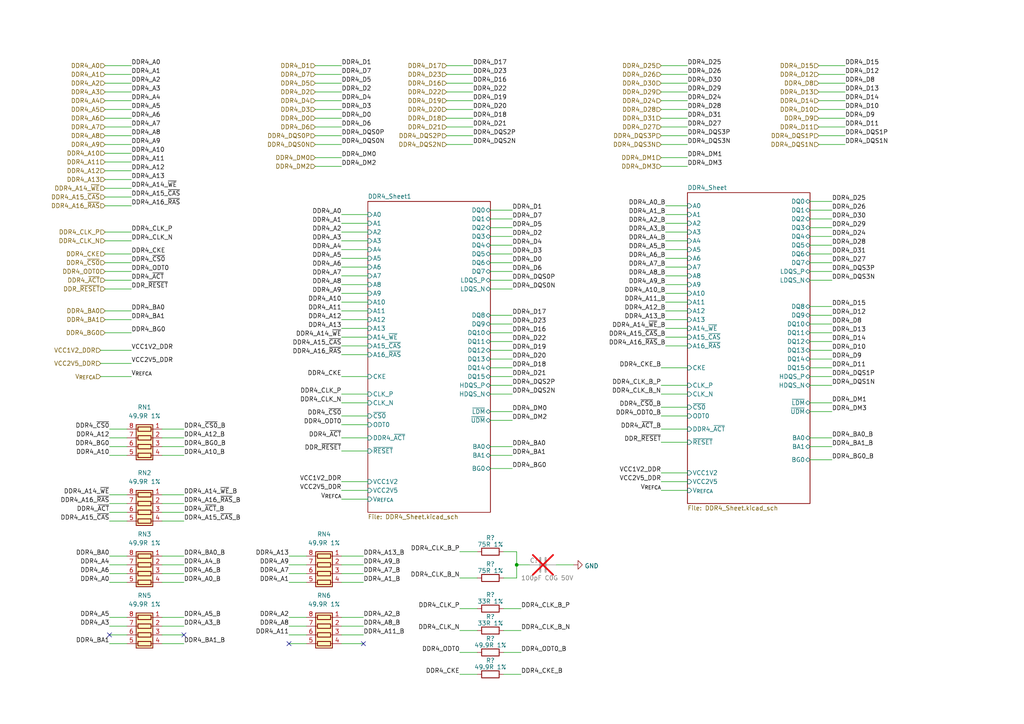
<source format=kicad_sch>
(kicad_sch (version 20230121) (generator eeschema)
  (paper "A4")
  (title_block (title "Leaf RV1126") (date "2023-06-07") (company "Yang Hongbo") (comment 1 "License: CC BY-SA"))
  (lib_symbols
    (symbol "Device:C" (pin_numbers hide) (pin_names (offset 0.254))
      (property "Reference" "C" (at 0.635 2.54 0))
      (property "Value" "C" (at 0.635 -2.54 0))
      (symbol "C_0_1"
        (polyline (pts (xy -2.032 -0.762) (xy 2.032 -0.762)) (stroke (width 0.508)))
        (polyline (pts (xy -2.032 0.762) (xy 2.032 0.762)) (stroke (width 0.508)))
      )
      (symbol "C_1_1"
        (pin passive line (at 0 3.81 270) (length 2.794) (name "~") (number "1"))
        (pin passive line (at 0 -3.81 90) (length 2.794) (name "~") (number "2"))
      )
    )
    (symbol "Device:R" (pin_numbers hide) (pin_names (offset 0))
      (property "Reference" "R" (at 2.032 0 90))
      (property "Value" "R" (at 0 0 90))
      (symbol "R_0_1"
        (rectangle (start -1.016 -2.54) (end 1.016 2.54) (stroke (width 0.254)))
      )
      (symbol "R_1_1"
        (pin passive line (at 0 3.81 270) (length 1.27) (name "~") (number "1"))
        (pin passive line (at 0 -3.81 90) (length 1.27) (name "~") (number "2"))
      )
    )
    (symbol "Device:R_Pack04" (pin_names (offset 0) hide)
      (property "Reference" "RN" (at -7.62 0 90))
      (property "Value" "R_Pack04" (at 5.08 0 90))
      (symbol "R_Pack04_0_1"
        (rectangle (start -6.35 -2.413) (end 3.81 2.413) (stroke (width 0.254)) (fill (type background)))
        (rectangle (start -5.715 1.905) (end -4.445 -1.905) (stroke (width 0.254)))
        (rectangle (start -3.175 1.905) (end -1.905 -1.905) (stroke (width 0.254)))
        (rectangle (start -0.635 1.905) (end 0.635 -1.905) (stroke (width 0.254)))
        (polyline (pts (xy -5.08 -2.54) (xy -5.08 -1.905)))
        (polyline (pts (xy -5.08 1.905) (xy -5.08 2.54)))
        (polyline (pts (xy -2.54 -2.54) (xy -2.54 -1.905)))
        (polyline (pts (xy -2.54 1.905) (xy -2.54 2.54)))
        (polyline (pts (xy 0 -2.54) (xy 0 -1.905)))
        (polyline (pts (xy 0 1.905) (xy 0 2.54)))
        (polyline (pts (xy 2.54 -2.54) (xy 2.54 -1.905)))
        (polyline (pts (xy 2.54 1.905) (xy 2.54 2.54)))
        (rectangle (start 1.905 1.905) (end 3.175 -1.905) (stroke (width 0.254)))
      )
      (symbol "R_Pack04_1_1"
        (pin passive line (at -5.08 -5.08 90) (length 2.54) (name "R1.1") (number "1"))
        (pin passive line (at -2.54 -5.08 90) (length 2.54) (name "R2.1") (number "2"))
        (pin passive line (at 0 -5.08 90) (length 2.54) (name "R3.1") (number "3"))
        (pin passive line (at 2.54 -5.08 90) (length 2.54) (name "R4.1") (number "4"))
        (pin passive line (at 2.54 5.08 270) (length 2.54) (name "R4.2") (number "5"))
        (pin passive line (at 0 5.08 270) (length 2.54) (name "R3.2") (number "6"))
        (pin passive line (at -2.54 5.08 270) (length 2.54) (name "R2.2") (number "7"))
        (pin passive line (at -5.08 5.08 270) (length 2.54) (name "R1.2") (number "8"))
      )
    )
    (symbol "power:GND" (power) (pin_names (offset 0))
      (property "Value" "GND" (at 0 -3.81 0))
      (symbol "GND_0_1"
        (polyline (pts (xy 0 0) (xy 0 -1.27) (xy 1.27 -1.27) (xy 0 -2.54) (xy -1.27 -1.27) (xy 0 -1.27)))
      )
      (symbol "GND_1_1"
        (pin power_in line (at 0 0 270) (length 0) hide (name "GND") (number "1"))
      )
    )
  )
  (junction (at 149.86 163.83))
  (no_connect (at 53.34 184.15))
  (no_connect (at 105.41 186.69))
  (no_connect (at 83.82 186.69))
  (no_connect (at 31.75 184.15))
  (wire (pts (xy 106.68 116.84) (xy 99.06 116.84)))
  (wire (pts (xy 106.68 92.71) (xy 99.06 92.71)))
  (wire (pts (xy 46.99 132.08) (xy 53.34 132.08)))
  (wire (pts (xy 234.95 104.14) (xy 241.3 104.14)))
  (wire (pts (xy 234.95 109.22) (xy 241.3 109.22)))
  (wire (pts (xy 199.39 100.33) (xy 193.04 100.33)))
  (wire (pts (xy 146.05 167.64) (xy 149.86 167.64)))
  (wire (pts (xy 142.24 91.44) (xy 148.59 91.44)))
  (wire (pts (xy 133.35 160.02) (xy 138.43 160.02)))
  (wire (pts (xy 142.24 60.96) (xy 148.59 60.96)))
  (wire (pts (xy 234.95 133.35) (xy 241.3 133.35)))
  (wire (pts (xy 46.99 168.91) (xy 53.34 168.91)))
  (wire (pts (xy 46.99 151.13) (xy 53.34 151.13)))
  (wire (pts (xy 237.49 34.29) (xy 245.11 34.29)))
  (wire (pts (xy 31.75 168.91) (xy 36.83 168.91)))
  (wire (pts (xy 99.06 184.15) (xy 105.41 184.15)))
  (wire (pts (xy 31.75 181.61) (xy 36.83 181.61)))
  (wire (pts (xy 133.35 176.53) (xy 138.43 176.53)))
  (wire (pts (xy 30.48 59.69) (xy 38.1 59.69)))
  (wire (pts (xy 99.06 166.37) (xy 105.41 166.37)))
  (wire (pts (xy 199.39 142.24) (xy 191.77 142.24)))
  (wire (pts (xy 129.54 24.13) (xy 137.16 24.13)))
  (wire (pts (xy 46.99 163.83) (xy 53.34 163.83)))
  (wire (pts (xy 83.82 184.15) (xy 88.9 184.15)))
  (wire (pts (xy 31.75 146.05) (xy 36.83 146.05)))
  (wire (pts (xy 129.54 39.37) (xy 137.16 39.37)))
  (wire (pts (xy 234.95 66.04) (xy 241.3 66.04)))
  (wire (pts (xy 234.95 91.44) (xy 241.3 91.44)))
  (wire (pts (xy 133.35 167.64) (xy 138.43 167.64)))
  (wire (pts (xy 234.95 96.52) (xy 241.3 96.52)))
  (wire (pts (xy 142.24 81.28) (xy 148.59 81.28)))
  (wire (pts (xy 30.48 21.59) (xy 38.1 21.59)))
  (wire (pts (xy 30.48 19.05) (xy 38.1 19.05)))
  (wire (pts (xy 106.68 69.85) (xy 99.06 69.85)))
  (wire (pts (xy 31.75 124.46) (xy 36.83 124.46)))
  (wire (pts (xy 30.48 36.83) (xy 38.1 36.83)))
  (wire (pts (xy 133.35 189.23) (xy 138.43 189.23)))
  (wire (pts (xy 234.95 71.12) (xy 241.3 71.12)))
  (wire (pts (xy 142.24 63.5) (xy 148.59 63.5)))
  (wire (pts (xy 234.95 68.58) (xy 241.3 68.58)))
  (wire (pts (xy 106.68 85.09) (xy 99.06 85.09)))
  (wire (pts (xy 237.49 26.67) (xy 245.11 26.67)))
  (wire (pts (xy 199.39 128.27) (xy 191.77 128.27)))
  (wire (pts (xy 83.82 161.29) (xy 88.9 161.29)))
  (wire (pts (xy 30.48 67.31) (xy 38.1 67.31)))
  (wire (pts (xy 106.68 64.77) (xy 99.06 64.77)))
  (wire (pts (xy 199.39 64.77) (xy 193.04 64.77)))
  (wire (pts (xy 106.68 67.31) (xy 99.06 67.31)))
  (wire (pts (xy 30.48 76.2) (xy 38.1 76.2)))
  (wire (pts (xy 83.82 181.61) (xy 88.9 181.61)))
  (wire (pts (xy 99.06 161.29) (xy 105.41 161.29)))
  (wire (pts (xy 30.48 83.82) (xy 38.1 83.82)))
  (wire (pts (xy 106.68 97.79) (xy 99.06 97.79)))
  (wire (pts (xy 129.54 29.21) (xy 137.16 29.21)))
  (wire (pts (xy 149.86 163.83) (xy 153.67 163.83)))
  (wire (pts (xy 191.77 41.91) (xy 199.39 41.91)))
  (wire (pts (xy 142.24 104.14) (xy 148.59 104.14)))
  (wire (pts (xy 191.77 24.13) (xy 199.39 24.13)))
  (wire (pts (xy 199.39 69.85) (xy 193.04 69.85)))
  (wire (pts (xy 234.95 101.6) (xy 241.3 101.6)))
  (wire (pts (xy 31.75 148.59) (xy 36.83 148.59)))
  (wire (pts (xy 30.48 81.28) (xy 38.1 81.28)))
  (wire (pts (xy 237.49 39.37) (xy 245.11 39.37)))
  (wire (pts (xy 234.95 88.9) (xy 241.3 88.9)))
  (wire (pts (xy 234.95 73.66) (xy 241.3 73.66)))
  (wire (pts (xy 146.05 195.58) (xy 151.13 195.58)))
  (wire (pts (xy 234.95 99.06) (xy 241.3 99.06)))
  (wire (pts (xy 91.44 45.72) (xy 99.06 45.72)))
  (wire (pts (xy 99.06 168.91) (xy 105.41 168.91)))
  (wire (pts (xy 31.75 186.69) (xy 36.83 186.69)))
  (wire (pts (xy 142.24 68.58) (xy 148.59 68.58)))
  (wire (pts (xy 199.39 120.65) (xy 191.77 120.65)))
  (wire (pts (xy 31.75 163.83) (xy 36.83 163.83)))
  (wire (pts (xy 99.06 181.61) (xy 105.41 181.61)))
  (wire (pts (xy 129.54 19.05) (xy 137.16 19.05)))
  (wire (pts (xy 142.24 83.82) (xy 148.59 83.82)))
  (wire (pts (xy 234.95 111.76) (xy 241.3 111.76)))
  (wire (pts (xy 234.95 129.54) (xy 241.3 129.54)))
  (wire (pts (xy 234.95 119.38) (xy 241.3 119.38)))
  (wire (pts (xy 199.39 118.11) (xy 191.77 118.11)))
  (wire (pts (xy 199.39 87.63) (xy 193.04 87.63)))
  (wire (pts (xy 234.95 58.42) (xy 241.3 58.42)))
  (wire (pts (xy 30.48 31.75) (xy 38.1 31.75)))
  (wire (pts (xy 31.75 143.51) (xy 36.83 143.51)))
  (wire (pts (xy 106.68 120.65) (xy 99.06 120.65)))
  (wire (pts (xy 30.48 46.99) (xy 38.1 46.99)))
  (wire (pts (xy 29.21 105.41) (xy 38.1 105.41)))
  (wire (pts (xy 30.48 34.29) (xy 38.1 34.29)))
  (wire (pts (xy 46.99 186.69) (xy 53.34 186.69)))
  (wire (pts (xy 146.05 176.53) (xy 151.13 176.53)))
  (wire (pts (xy 142.24 76.2) (xy 148.59 76.2)))
  (wire (pts (xy 191.77 45.72) (xy 199.39 45.72)))
  (wire (pts (xy 129.54 21.59) (xy 137.16 21.59)))
  (wire (pts (xy 46.99 166.37) (xy 53.34 166.37)))
  (wire (pts (xy 237.49 36.83) (xy 245.11 36.83)))
  (wire (pts (xy 91.44 29.21) (xy 99.06 29.21)))
  (wire (pts (xy 30.48 29.21) (xy 38.1 29.21)))
  (wire (pts (xy 91.44 24.13) (xy 99.06 24.13)))
  (wire (pts (xy 31.75 127) (xy 36.83 127)))
  (wire (pts (xy 142.24 73.66) (xy 148.59 73.66)))
  (wire (pts (xy 191.77 21.59) (xy 199.39 21.59)))
  (wire (pts (xy 129.54 34.29) (xy 137.16 34.29)))
  (wire (pts (xy 191.77 34.29) (xy 199.39 34.29)))
  (wire (pts (xy 161.29 163.83) (xy 166.37 163.83)))
  (wire (pts (xy 133.35 182.88) (xy 138.43 182.88)))
  (wire (pts (xy 99.06 186.69) (xy 105.41 186.69)))
  (wire (pts (xy 142.24 129.54) (xy 148.59 129.54)))
  (wire (pts (xy 237.49 24.13) (xy 245.11 24.13)))
  (wire (pts (xy 199.39 82.55) (xy 193.04 82.55)))
  (wire (pts (xy 30.48 41.91) (xy 38.1 41.91)))
  (wire (pts (xy 106.68 142.24) (xy 99.06 142.24)))
  (wire (pts (xy 142.24 71.12) (xy 148.59 71.12)))
  (wire (pts (xy 146.05 160.02) (xy 149.86 160.02)))
  (wire (pts (xy 106.68 114.3) (xy 99.06 114.3)))
  (wire (pts (xy 199.39 124.46) (xy 191.77 124.46)))
  (wire (pts (xy 46.99 124.46) (xy 53.34 124.46)))
  (wire (pts (xy 199.39 97.79) (xy 193.04 97.79)))
  (wire (pts (xy 106.68 95.25) (xy 99.06 95.25)))
  (wire (pts (xy 46.99 181.61) (xy 53.34 181.61)))
  (wire (pts (xy 237.49 19.05) (xy 245.11 19.05)))
  (wire (pts (xy 30.48 49.53) (xy 38.1 49.53)))
  (wire (pts (xy 142.24 96.52) (xy 148.59 96.52)))
  (wire (pts (xy 30.48 24.13) (xy 38.1 24.13)))
  (wire (pts (xy 30.48 39.37) (xy 38.1 39.37)))
  (wire (pts (xy 199.39 59.69) (xy 193.04 59.69)))
  (wire (pts (xy 234.95 106.68) (xy 241.3 106.68)))
  (wire (pts (xy 29.21 101.6) (xy 38.1 101.6)))
  (wire (pts (xy 30.48 96.52) (xy 38.1 96.52)))
  (wire (pts (xy 142.24 111.76) (xy 148.59 111.76)))
  (wire (pts (xy 191.77 19.05) (xy 199.39 19.05)))
  (wire (pts (xy 199.39 62.23) (xy 193.04 62.23)))
  (wire (pts (xy 106.68 139.7) (xy 99.06 139.7)))
  (wire (pts (xy 199.39 106.68) (xy 191.77 106.68)))
  (wire (pts (xy 142.24 135.89) (xy 148.59 135.89)))
  (wire (pts (xy 30.48 92.71) (xy 38.1 92.71)))
  (wire (pts (xy 46.99 146.05) (xy 53.34 146.05)))
  (wire (pts (xy 237.49 21.59) (xy 245.11 21.59)))
  (wire (pts (xy 46.99 129.54) (xy 53.34 129.54)))
  (wire (pts (xy 106.68 127) (xy 99.06 127)))
  (wire (pts (xy 91.44 19.05) (xy 99.06 19.05)))
  (wire (pts (xy 31.75 132.08) (xy 36.83 132.08)))
  (wire (pts (xy 99.06 163.83) (xy 105.41 163.83)))
  (wire (pts (xy 191.77 39.37) (xy 199.39 39.37)))
  (wire (pts (xy 234.95 127) (xy 241.3 127)))
  (wire (pts (xy 91.44 34.29) (xy 99.06 34.29)))
  (wire (pts (xy 142.24 121.92) (xy 148.59 121.92)))
  (wire (pts (xy 129.54 31.75) (xy 137.16 31.75)))
  (wire (pts (xy 234.95 76.2) (xy 241.3 76.2)))
  (wire (pts (xy 106.68 62.23) (xy 99.06 62.23)))
  (wire (pts (xy 199.39 137.16) (xy 191.77 137.16)))
  (wire (pts (xy 237.49 41.91) (xy 245.11 41.91)))
  (wire (pts (xy 234.95 81.28) (xy 241.3 81.28)))
  (wire (pts (xy 30.48 54.61) (xy 38.1 54.61)))
  (wire (pts (xy 46.99 127) (xy 53.34 127)))
  (wire (pts (xy 191.77 36.83) (xy 199.39 36.83)))
  (wire (pts (xy 191.77 26.67) (xy 199.39 26.67)))
  (wire (pts (xy 237.49 29.21) (xy 245.11 29.21)))
  (wire (pts (xy 199.39 139.7) (xy 191.77 139.7)))
  (wire (pts (xy 99.06 179.07) (xy 105.41 179.07)))
  (wire (pts (xy 146.05 182.88) (xy 151.13 182.88)))
  (wire (pts (xy 106.68 90.17) (xy 99.06 90.17)))
  (wire (pts (xy 30.48 26.67) (xy 38.1 26.67)))
  (wire (pts (xy 30.48 69.85) (xy 38.1 69.85)))
  (wire (pts (xy 191.77 31.75) (xy 199.39 31.75)))
  (wire (pts (xy 46.99 184.15) (xy 53.34 184.15)))
  (wire (pts (xy 91.44 39.37) (xy 99.06 39.37)))
  (wire (pts (xy 106.68 74.93) (xy 99.06 74.93)))
  (wire (pts (xy 106.68 72.39) (xy 99.06 72.39)))
  (wire (pts (xy 199.39 77.47) (xy 193.04 77.47)))
  (wire (pts (xy 129.54 36.83) (xy 137.16 36.83)))
  (wire (pts (xy 237.49 31.75) (xy 245.11 31.75)))
  (wire (pts (xy 91.44 41.91) (xy 99.06 41.91)))
  (wire (pts (xy 83.82 163.83) (xy 88.9 163.83)))
  (wire (pts (xy 30.48 52.07) (xy 38.1 52.07)))
  (wire (pts (xy 31.75 129.54) (xy 36.83 129.54)))
  (wire (pts (xy 142.24 132.08) (xy 148.59 132.08)))
  (wire (pts (xy 29.21 109.22) (xy 38.1 109.22)))
  (wire (pts (xy 142.24 78.74) (xy 148.59 78.74)))
  (wire (pts (xy 142.24 99.06) (xy 148.59 99.06)))
  (wire (pts (xy 234.95 63.5) (xy 241.3 63.5)))
  (wire (pts (xy 46.99 148.59) (xy 53.34 148.59)))
  (wire (pts (xy 30.48 57.15) (xy 38.1 57.15)))
  (wire (pts (xy 106.68 144.78) (xy 99.06 144.78)))
  (wire (pts (xy 142.24 109.22) (xy 148.59 109.22)))
  (wire (pts (xy 142.24 106.68) (xy 148.59 106.68)))
  (wire (pts (xy 91.44 26.67) (xy 99.06 26.67)))
  (wire (pts (xy 142.24 119.38) (xy 148.59 119.38)))
  (wire (pts (xy 46.99 143.51) (xy 53.34 143.51)))
  (wire (pts (xy 106.68 80.01) (xy 99.06 80.01)))
  (wire (pts (xy 133.35 195.58) (xy 138.43 195.58)))
  (wire (pts (xy 234.95 60.96) (xy 241.3 60.96)))
  (wire (pts (xy 199.39 80.01) (xy 193.04 80.01)))
  (wire (pts (xy 199.39 92.71) (xy 193.04 92.71)))
  (wire (pts (xy 106.68 82.55) (xy 99.06 82.55)))
  (wire (pts (xy 234.95 93.98) (xy 241.3 93.98)))
  (wire (pts (xy 129.54 26.67) (xy 137.16 26.67)))
  (wire (pts (xy 199.39 95.25) (xy 193.04 95.25)))
  (wire (pts (xy 31.75 151.13) (xy 36.83 151.13)))
  (wire (pts (xy 199.39 111.76) (xy 191.77 111.76)))
  (wire (pts (xy 106.68 130.81) (xy 99.06 130.81)))
  (wire (pts (xy 191.77 48.26) (xy 199.39 48.26)))
  (wire (pts (xy 31.75 184.15) (xy 36.83 184.15)))
  (wire (pts (xy 199.39 67.31) (xy 193.04 67.31)))
  (wire (pts (xy 46.99 179.07) (xy 53.34 179.07)))
  (wire (pts (xy 83.82 168.91) (xy 88.9 168.91)))
  (wire (pts (xy 91.44 21.59) (xy 99.06 21.59)))
  (wire (pts (xy 83.82 186.69) (xy 88.9 186.69)))
  (wire (pts (xy 199.39 90.17) (xy 193.04 90.17)))
  (wire (pts (xy 31.75 166.37) (xy 36.83 166.37)))
  (wire (pts (xy 30.48 90.17) (xy 38.1 90.17)))
  (wire (pts (xy 106.68 102.87) (xy 99.06 102.87)))
  (wire (pts (xy 106.68 87.63) (xy 99.06 87.63)))
  (wire (pts (xy 83.82 166.37) (xy 88.9 166.37)))
  (wire (pts (xy 234.95 78.74) (xy 241.3 78.74)))
  (wire (pts (xy 31.75 179.07) (xy 36.83 179.07)))
  (wire (pts (xy 106.68 123.19) (xy 99.06 123.19)))
  (wire (pts (xy 106.68 109.22) (xy 99.06 109.22)))
  (wire (pts (xy 191.77 29.21) (xy 199.39 29.21)))
  (wire (pts (xy 199.39 85.09) (xy 193.04 85.09)))
  (wire (pts (xy 199.39 114.3) (xy 191.77 114.3)))
  (wire (pts (xy 149.86 167.64) (xy 149.86 163.83)))
  (wire (pts (xy 106.68 100.33) (xy 99.06 100.33)))
  (wire (pts (xy 146.05 189.23) (xy 151.13 189.23)))
  (wire (pts (xy 91.44 36.83) (xy 99.06 36.83)))
  (wire (pts (xy 106.68 77.47) (xy 99.06 77.47)))
  (wire (pts (xy 83.82 179.07) (xy 88.9 179.07)))
  (wire (pts (xy 142.24 93.98) (xy 148.59 93.98)))
  (wire (pts (xy 91.44 48.26) (xy 99.06 48.26)))
  (wire (pts (xy 30.48 73.66) (xy 38.1 73.66)))
  (wire (pts (xy 91.44 31.75) (xy 99.06 31.75)))
  (wire (pts (xy 199.39 72.39) (xy 193.04 72.39)))
  (wire (pts (xy 142.24 101.6) (xy 148.59 101.6)))
  (wire (pts (xy 46.99 161.29) (xy 53.34 161.29)))
  (wire (pts (xy 149.86 160.02) (xy 149.86 163.83)))
  (wire (pts (xy 142.24 66.04) (xy 148.59 66.04)))
  (wire (pts (xy 129.54 41.91) (xy 137.16 41.91)))
  (wire (pts (xy 30.48 78.74) (xy 38.1 78.74)))
  (wire (pts (xy 142.24 114.3) (xy 148.59 114.3)))
  (wire (pts (xy 199.39 74.93) (xy 193.04 74.93)))
  (wire (pts (xy 30.48 44.45) (xy 38.1 44.45)))
  (wire (pts (xy 31.75 161.29) (xy 36.83 161.29)))
  (wire (pts (xy 234.95 116.84) (xy 241.3 116.84)))
  (label "DDR4_A10" (at 38.1 44.45 0))
  (label "DDR4_CLK_B_N" (at 151.13 182.88 0))
  (label "DDR_~{RESET}" (at 99.06 130.81 180))
  (label "DDR4_D13" (at 245.11 26.67 0))
  (label "DDR4_DM1" (at 241.3 116.84 0))
  (label "DDR4_CLK_N" (at 133.35 182.88 180))
  (label "DDR4_A9" (at 38.1 41.91 0))
  (label "DDR4_D11" (at 241.3 106.68 0))
  (label "DDR4_~{CS0}_B" (at 53.34 124.46 0))
  (label "DDR4_D24" (at 199.39 29.21 0))
  (label "DDR4_A11" (at 38.1 46.99 0))
  (label "DDR4_A14_~{WE}" (at 31.75 143.51 180))
  (label "DDR4_D5" (at 99.06 24.13 0))
  (label "DDR4_DQS1P" (at 245.11 39.37 0))
  (label "DDR4_A12" (at 99.06 92.71 180))
  (label "DDR_~{RESET}" (at 191.77 128.27 180))
  (label "DDR4_D19" (at 137.16 29.21 0))
  (label "DDR4_DQS0N" (at 99.06 41.91 0))
  (label "DDR4_A8_B" (at 105.41 181.61 0))
  (label "DDR4_A2" (at 38.1 24.13 0))
  (label "DDR4_A12" (at 38.1 49.53 0))
  (label "DDR4_A11_B" (at 105.41 184.15 0))
  (label "DDR4_DQS0P" (at 99.06 39.37 0))
  (label "DDR4_DQS1N" (at 241.3 111.76 0))
  (label "DDR4_D6" (at 99.06 36.83 0))
  (label "DDR4_D1" (at 148.59 60.96 0))
  (label "DDR4_A3" (at 99.06 69.85 180))
  (label "DDR4_BA1_B" (at 241.3 129.54 0))
  (label "DDR4_D9" (at 245.11 34.29 0))
  (label "DDR4_A13" (at 83.82 161.29 180))
  (label "DDR4_A16_~{RAS}_B" (at 193.04 100.33 180))
  (label "DDR4_DQS3N" (at 199.39 41.91 0))
  (label "DDR4_A10_B" (at 53.34 132.08 0))
  (label "DDR4_DQS2N" (at 148.59 114.3 0))
  (label "DDR4_BG0" (at 38.1 96.52 0))
  (label "DDR4_ODT0" (at 133.35 189.23 180))
  (label "DDR4_~{ACT}_B" (at 53.34 148.59 0))
  (label "DDR4_D7" (at 99.06 21.59 0))
  (label "DDR4_CLK_P" (at 99.06 114.3 180))
  (label "DDR4_A8" (at 83.82 181.61 180))
  (label "DDR4_A14_~{WE}" (at 99.06 97.79 180))
  (label "DDR4_D8" (at 241.3 93.98 0))
  (label "DDR4_A8_B" (at 193.04 80.01 180))
  (label "DDR4_A3_B" (at 53.34 181.61 0))
  (label "DDR4_CKE" (at 99.06 109.22 180))
  (label "DDR4_D24" (at 241.3 68.58 0))
  (label "DDR4_A5_B" (at 193.04 72.39 180))
  (label "DDR4_DQS1P" (at 241.3 109.22 0))
  (label "DDR4_A15_~{CAS}_B" (at 193.04 97.79 180))
  (label "DDR4_D16" (at 148.59 96.52 0))
  (label "DDR4_D30" (at 199.39 24.13 0))
  (label "DDR4_D28" (at 199.39 31.75 0))
  (label "DDR4_DQS2N" (at 137.16 41.91 0))
  (label "DDR4_CLK_B_P" (at 151.13 176.53 0))
  (label "DDR4_A4" (at 31.75 163.83 180))
  (label "DDR4_~{ACT}" (at 31.75 148.59 180))
  (label "DDR4_BA1_B" (at 53.34 186.69 0))
  (label "V_{REFCA}" (at 191.77 142.24 180))
  (label "DDR4_A5" (at 38.1 31.75 0))
  (label "DDR4_BA1" (at 31.75 186.69 180))
  (label "DDR4_A7" (at 38.1 36.83 0))
  (label "DDR4_CLK_P" (at 133.35 176.53 180))
  (label "DDR4_CLK_B_P" (at 191.77 111.76 180))
  (label "DDR4_D29" (at 199.39 26.67 0))
  (label "DDR4_D29" (at 241.3 66.04 0))
  (label "V_{REFCA}" (at 38.1 109.22 0))
  (label "DDR4_D12" (at 241.3 91.44 0))
  (label "DDR4_DQS2P" (at 148.59 111.76 0))
  (label "DDR4_D21" (at 137.16 36.83 0))
  (label "DDR4_D28" (at 241.3 71.12 0))
  (label "DDR4_D13" (at 241.3 96.52 0))
  (label "DDR4_~{CS0}" (at 38.1 76.2 0))
  (label "DDR4_D3" (at 99.06 31.75 0))
  (label "DDR4_A11_B" (at 193.04 87.63 180))
  (label "DDR4_CKE_B" (at 191.77 106.68 180))
  (label "DDR4_A13_B" (at 105.41 161.29 0))
  (label "DDR4_D31" (at 199.39 34.29 0))
  (label "DDR4_A7_B" (at 105.41 166.37 0))
  (label "DDR4_A0" (at 31.75 168.91 180))
  (label "DDR4_DM2" (at 148.59 121.92 0))
  (label "DDR4_D22" (at 137.16 26.67 0))
  (label "DDR4_A6" (at 31.75 166.37 180))
  (label "DDR4_D26" (at 199.39 21.59 0))
  (label "DDR4_A2" (at 83.82 179.07 180))
  (label "DDR4_~{CS0}_B" (at 191.77 118.11 180))
  (label "DDR4_DM0" (at 99.06 45.72 0))
  (label "DDR4_D15" (at 245.11 19.05 0))
  (label "DDR4_A3" (at 31.75 181.61 180))
  (label "DDR4_CLK_B_N" (at 191.77 114.3 180))
  (label "DDR4_CKE" (at 133.35 195.58 180))
  (label "DDR4_A3" (at 38.1 26.67 0))
  (label "DDR4_A1" (at 83.82 168.91 180))
  (label "DDR4_A1" (at 38.1 21.59 0))
  (label "DDR4_A0" (at 38.1 19.05 0))
  (label "DDR4_D12" (at 245.11 21.59 0))
  (label "DDR4_BA0" (at 148.59 129.54 0))
  (label "DDR4_A2_B" (at 193.04 64.77 180))
  (label "DDR4_A14_~{WE}_B" (at 53.34 143.51 0))
  (label "DDR4_A7" (at 83.82 166.37 180))
  (label "DDR4_BA1" (at 38.1 92.71 0))
  (label "DDR4_DQS3P" (at 199.39 39.37 0))
  (label "DDR4_A0_B" (at 193.04 59.69 180))
  (label "DDR4_D18" (at 137.16 34.29 0))
  (label "DDR4_D0" (at 99.06 34.29 0))
  (label "DDR4_D10" (at 241.3 101.6 0))
  (label "DDR4_D3" (at 148.59 73.66 0))
  (label "DDR4_BG0" (at 148.59 135.89 0))
  (label "DDR4_D21" (at 148.59 109.22 0))
  (label "DDR4_DM1" (at 199.39 45.72 0))
  (label "VCC1V2_DDR" (at 99.06 139.7 180))
  (label "DDR4_~{CS0}" (at 31.75 124.46 180))
  (label "DDR4_A8" (at 38.1 39.37 0))
  (label "DDR4_D0" (at 148.59 76.2 0))
  (label "DDR_~{RESET}" (at 38.1 83.82 0))
  (label "DDR4_A8" (at 99.06 82.55 180))
  (label "DDR4_A15_~{CAS}" (at 31.75 151.13 180))
  (label "DDR4_A0" (at 99.06 62.23 180))
  (label "DDR4_A7" (at 99.06 80.01 180))
  (label "DDR4_ODT0_B" (at 151.13 189.23 0))
  (label "DDR4_D23" (at 148.59 93.98 0))
  (label "DDR4_D14" (at 241.3 99.06 0))
  (label "DDR4_A7_B" (at 193.04 77.47 180))
  (label "DDR4_A9" (at 99.06 85.09 180))
  (label "DDR4_D25" (at 241.3 58.42 0))
  (label "DDR4_BA0_B" (at 53.34 161.29 0))
  (label "DDR4_A12_B" (at 193.04 90.17 180))
  (label "DDR4_A16_~{RAS}" (at 99.06 102.87 180))
  (label "DDR4_~{ACT}" (at 99.06 127 180))
  (label "DDR4_BG0" (at 31.75 129.54 180))
  (label "DDR4_D23" (at 137.16 21.59 0))
  (label "DDR4_D5" (at 148.59 66.04 0))
  (label "DDR4_CKE" (at 38.1 73.66 0))
  (label "DDR4_D1" (at 99.06 19.05 0))
  (label "DDR4_DQS2P" (at 137.16 39.37 0))
  (label "DDR4_A1_B" (at 193.04 62.23 180))
  (label "V_{REFCA}" (at 99.06 144.78 180))
  (label "VCC2V5_DDR" (at 99.06 142.24 180))
  (label "DDR4_D6" (at 148.59 78.74 0))
  (label "DDR4_A2_B" (at 105.41 179.07 0))
  (label "DDR4_DM0" (at 148.59 119.38 0))
  (label "DDR4_A16_~{RAS}" (at 38.1 59.69 0))
  (label "DDR4_~{ACT}" (at 38.1 81.28 0))
  (label "DDR4_D30" (at 241.3 63.5 0))
  (label "DDR4_D17" (at 137.16 19.05 0))
  (label "DDR4_CLK_N" (at 38.1 69.85 0))
  (label "DDR4_A6_B" (at 53.34 166.37 0))
  (label "DDR4_~{CS0}" (at 99.06 120.65 180))
  (label "DDR4_A12" (at 31.75 127 180))
  (label "DDR4_A16_~{RAS}_B" (at 53.34 146.05 0))
  (label "DDR4_A9_B" (at 193.04 82.55 180))
  (label "DDR4_A4" (at 38.1 29.21 0))
  (label "DDR4_BG0_B" (at 241.3 133.35 0))
  (label "DDR4_BA0_B" (at 241.3 127 0))
  (label "DDR4_A4_B" (at 53.34 163.83 0))
  (label "DDR4_BG0_B" (at 53.34 129.54 0))
  (label "DDR4_A4_B" (at 193.04 69.85 180))
  (label "DDR4_D14" (at 245.11 29.21 0))
  (label "DDR4_CLK_B_N" (at 133.35 167.64 180))
  (label "DDR4_A1_B" (at 105.41 168.91 0))
  (label "DDR4_ODT0" (at 38.1 78.74 0))
  (label "DDR4_D20" (at 137.16 31.75 0))
  (label "DDR4_D9" (at 241.3 104.14 0))
  (label "DDR4_A11" (at 99.06 90.17 180))
  (label "DDR4_CLK_P" (at 38.1 67.31 0))
  (label "VCC1V2_DDR" (at 191.77 137.16 180))
  (label "DDR4_D2" (at 99.06 26.67 0))
  (label "DDR4_A5_B" (at 53.34 179.07 0))
  (label "DDR4_A14_~{WE}_B" (at 193.04 95.25 180))
  (label "DDR4_D15" (at 241.3 88.9 0))
  (label "DDR4_D8" (at 245.11 24.13 0))
  (label "DDR4_DQS0P" (at 148.59 81.28 0))
  (label "DDR4_A13" (at 38.1 52.07 0))
  (label "DDR4_A1" (at 99.06 64.77 180))
  (label "DDR4_A15_~{CAS}_B" (at 53.34 151.13 0))
  (label "DDR4_A11" (at 83.82 184.15 180))
  (label "VCC1V2_DDR" (at 38.1 101.6 0))
  (label "DDR4_A3_B" (at 193.04 67.31 180))
  (label "DDR4_A9_B" (at 105.41 163.83 0))
  (label "DDR4_D2" (at 148.59 68.58 0))
  (label "DDR4_D4" (at 99.06 29.21 0))
  (label "DDR4_D16" (at 137.16 24.13 0))
  (label "VCC2V5_DDR" (at 38.1 105.41 0))
  (label "DDR4_A9" (at 83.82 163.83 180))
  (label "DDR4_D27" (at 241.3 76.2 0))
  (label "DDR4_A10_B" (at 193.04 85.09 180))
  (label "DDR4_D20" (at 148.59 104.14 0))
  (label "DDR4_BA1" (at 148.59 132.08 0))
  (label "DDR4_A0_B" (at 53.34 168.91 0))
  (label "DDR4_D11" (at 245.11 36.83 0))
  (label "DDR4_A15_~{CAS}" (at 38.1 57.15 0))
  (label "DDR4_CKE_B" (at 151.13 195.58 0))
  (label "DDR4_BA0" (at 31.75 161.29 180))
  (label "DDR4_A10" (at 99.06 87.63 180))
  (label "DDR4_BA0" (at 38.1 90.17 0))
  (label "DDR4_A4" (at 99.06 72.39 180))
  (label "DDR4_~{ACT}_B" (at 191.77 124.46 180))
  (label "DDR4_DM3" (at 241.3 119.38 0))
  (label "DDR4_CLK_N" (at 99.06 116.84 180))
  (label "DDR4_DQS1N" (at 245.11 41.91 0))
  (label "DDR4_ODT0_B" (at 191.77 120.65 180))
  (label "DDR4_DM3" (at 199.39 48.26 0))
  (label "VCC2V5_DDR" (at 191.77 139.7 180))
  (label "DDR4_A5" (at 31.75 179.07 180))
  (label "DDR4_D31" (at 241.3 73.66 0))
  (label "DDR4_D19" (at 148.59 101.6 0))
  (label "DDR4_A6" (at 99.06 77.47 180))
  (label "DDR4_A15_~{CAS}" (at 99.06 100.33 180))
  (label "DDR4_D26" (at 241.3 60.96 0))
  (label "DDR4_D18" (at 148.59 106.68 0))
  (label "DDR4_D25" (at 199.39 19.05 0))
  (label "DDR4_CLK_B_P" (at 133.35 160.02 180))
  (label "DDR4_D22" (at 148.59 99.06 0))
  (label "DDR4_D10" (at 245.11 31.75 0))
  (label "DDR4_DQS0N" (at 148.59 83.82 0))
  (label "DDR4_A5" (at 99.06 74.93 180))
  (label "DDR4_DM2" (at 99.06 48.26 0))
  (label "DDR4_D4" (at 148.59 71.12 0))
  (label "DDR4_DQS3P" (at 241.3 78.74 0))
  (label "DDR4_A6" (at 38.1 34.29 0))
  (label "DDR4_A13" (at 99.06 95.25 180))
  (label "DDR4_A6_B" (at 193.04 74.93 180))
  (label "DDR4_A2" (at 99.06 67.31 180))
  (label "DDR4_A16_~{RAS}" (at 31.75 146.05 180))
  (label "DDR4_A13_B" (at 193.04 92.71 180))
  (label "DDR4_A10" (at 31.75 132.08 180))
  (label "DDR4_A14_~{WE}" (at 38.1 54.61 0))
  (label "DDR4_ODT0" (at 99.06 123.19 180))
  (label "DDR4_DQS3N" (at 241.3 81.28 0))
  (label "DDR4_D7" (at 148.59 63.5 0))
  (label "DDR4_D17" (at 148.59 91.44 0))
  (label "DDR4_D27" (at 199.39 36.83 0))
  (label "DDR4_A12_B" (at 53.34 127 0))
  (hierarchical_label "DDR4_D10" (shape input) (at 237.49 31.75 180))
  (hierarchical_label "DDR4_A5" (shape input) (at 30.48 31.75 180))
  (hierarchical_label "DDR4_DM0" (shape input) (at 91.44 45.72 180))
  (hierarchical_label "DDR4_A6" (shape input) (at 30.48 34.29 180))
  (hierarchical_label "DDR4_A13" (shape input) (at 30.48 52.07 180))
  (hierarchical_label "DDR4_D9" (shape input) (at 237.49 34.29 180))
  (hierarchical_label "DDR4_D30" (shape input) (at 191.77 24.13 180))
  (hierarchical_label "DDR4_DQS1N" (shape input) (at 237.49 41.91 180))
  (hierarchical_label "DDR4_D14" (shape input) (at 237.49 29.21 180))
  (hierarchical_label "DDR4_CLK_P" (shape input) (at 30.48 67.31 180))
  (hierarchical_label "DDR4_D22" (shape input) (at 129.54 26.67 180))
  (hierarchical_label "DDR4_D15" (shape input) (at 237.49 19.05 180))
  (hierarchical_label "DDR4_A4" (shape input) (at 30.48 29.21 180))
  (hierarchical_label "DDR4_A8" (shape input) (at 30.48 39.37 180))
  (hierarchical_label "DDR4_ODT0" (shape input) (at 30.48 78.74 180))
  (hierarchical_label "DDR4_D18" (shape input) (at 129.54 34.29 180))
  (hierarchical_label "DDR4_A12" (shape input) (at 30.48 49.53 180))
  (hierarchical_label "V_{REFCA}" (shape input) (at 29.21 109.22 180))
  (hierarchical_label "DDR4_BG0" (shape input) (at 30.48 96.52 180))
  (hierarchical_label "DDR4_D27" (shape input) (at 191.77 36.83 180))
  (hierarchical_label "DDR4_D21" (shape input) (at 129.54 36.83 180))
  (hierarchical_label "DDR4_DQS2P" (shape input) (at 129.54 39.37 180))
  (hierarchical_label "DDR4_DQS2N" (shape input) (at 129.54 41.91 180))
  (hierarchical_label "DDR4_D6" (shape input) (at 91.44 36.83 180))
  (hierarchical_label "DDR4_D2" (shape input) (at 91.44 26.67 180))
  (hierarchical_label "DDR4_D28" (shape input) (at 191.77 31.75 180))
  (hierarchical_label "DDR4_DM2" (shape input) (at 91.44 48.26 180))
  (hierarchical_label "DDR4_A14_~{WE}" (shape input) (at 30.48 54.61 180))
  (hierarchical_label "DDR4_D3" (shape input) (at 91.44 31.75 180))
  (hierarchical_label "DDR4_D1" (shape input) (at 91.44 19.05 180))
  (hierarchical_label "DDR4_A1" (shape input) (at 30.48 21.59 180))
  (hierarchical_label "VCC2V5_DDR" (shape input) (at 29.21 105.41 180))
  (hierarchical_label "DDR4_DQS3N" (shape input) (at 191.77 41.91 180))
  (hierarchical_label "DDR4_DQS1P" (shape input) (at 237.49 39.37 180))
  (hierarchical_label "DDR4_D11" (shape input) (at 237.49 36.83 180))
  (hierarchical_label "DDR4_A10" (shape input) (at 30.48 44.45 180))
  (hierarchical_label "DDR4_D5" (shape input) (at 91.44 24.13 180))
  (hierarchical_label "DDR4_CLK_N" (shape input) (at 30.48 69.85 180))
  (hierarchical_label "DDR4_~{ACT}" (shape input) (at 30.48 81.28 180))
  (hierarchical_label "DDR4_A0" (shape input) (at 30.48 19.05 180))
  (hierarchical_label "DDR4_D13" (shape input) (at 237.49 26.67 180))
  (hierarchical_label "DDR4_DM1" (shape input) (at 191.77 45.72 180))
  (hierarchical_label "DDR4_D17" (shape input) (at 129.54 19.05 180))
  (hierarchical_label "DDR4_A11" (shape input) (at 30.48 46.99 180))
  (hierarchical_label "DDR4_D20" (shape input) (at 129.54 31.75 180))
  (hierarchical_label "DDR4_D25" (shape input) (at 191.77 19.05 180))
  (hierarchical_label "DDR4_A2" (shape input) (at 30.48 24.13 180))
  (hierarchical_label "DDR4_~{CS0}" (shape input) (at 30.48 76.2 180))
  (hierarchical_label "DDR4_D16" (shape input) (at 129.54 24.13 180))
  (hierarchical_label "DDR4_D23" (shape input) (at 129.54 21.59 180))
  (hierarchical_label "VCC1V2_DDR" (shape input) (at 29.21 101.6 180))
  (hierarchical_label "DDR4_D26" (shape input) (at 191.77 21.59 180))
  (hierarchical_label "DDR4_BA0" (shape input) (at 30.48 90.17 180))
  (hierarchical_label "DDR4_D31" (shape input) (at 191.77 34.29 180))
  (hierarchical_label "DDR4_DQS3P" (shape input) (at 191.77 39.37 180))
  (hierarchical_label "DDR4_DM3" (shape input) (at 191.77 48.26 180))
  (hierarchical_label "DDR4_DQS0N" (shape input) (at 91.44 41.91 180))
  (hierarchical_label "DDR4_D4" (shape input) (at 91.44 29.21 180))
  (hierarchical_label "DDR4_A9" (shape input) (at 30.48 41.91 180))
  (hierarchical_label "DDR4_D8" (shape input) (at 237.49 24.13 180))
  (hierarchical_label "DDR4_A7" (shape input) (at 30.48 36.83 180))
  (hierarchical_label "DDR4_D29" (shape input) (at 191.77 26.67 180))
  (hierarchical_label "DDR_~{RESET}" (shape input) (at 30.48 83.82 180))
  (hierarchical_label "DDR4_D7" (shape input) (at 91.44 21.59 180))
  (hierarchical_label "DDR4_D19" (shape input) (at 129.54 29.21 180))
  (hierarchical_label "DDR4_A3" (shape input) (at 30.48 26.67 180))
  (hierarchical_label "DDR4_A16_~{RAS}" (shape input) (at 30.48 59.69 180))
  (hierarchical_label "DDR4_CKE" (shape input) (at 30.48 73.66 180))
  (hierarchical_label "DDR4_D0" (shape input) (at 91.44 34.29 180))
  (hierarchical_label "DDR4_A15_~{CAS}" (shape input) (at 30.48 57.15 180))
  (hierarchical_label "DDR4_D24" (shape input) (at 191.77 29.21 180))
  (hierarchical_label "DDR4_BA1" (shape input) (at 30.48 92.71 180))
  (hierarchical_label "DDR4_D12" (shape input) (at 237.49 21.59 180))
  (hierarchical_label "DDR4_DQS0P" (shape input) (at 91.44 39.37 180))
  (symbol (lib_id "Device:R_Pack04") (at 41.91 148.59 90) (mirror x) (unit 1)
    (property "Reference" "RN2" (at 41.91 137.16 90))
    (property "Value" "49.9R 1%" (at 41.91 139.7 90))
    (property "Footprint" "Resistor_SMD:R_Array_Concave_4x0402" (effects hide))
    (property "LCSC" "C136850" (effects hide))
    (property "Description" "阻值: 49.9Ω 精度: ±1% 单个元件功率: 62.5mW 电阻器数: 4 引脚数: 8 温度系数: ±200ppm/℃" (effects hide))
    (property "Vendor" "YAGEO(国巨)" (effects hide))
    (property "Model" "YC124-FR-0749R9L" (effects hide))
  )
  (symbol (lib_id "Device:C") (at 157.48 163.83 90) (unit 1) (in_bom no) (dnp yes)
    (property "Reference" "C?" (at 156.21 162.56 90) (effects (justify left)))
    (property "Value" "100pF C0G 50V" (at 166.37 167.64 90) (effects (justify left)))
    (property "Footprint" "Capacitor_SMD:C_0201_0603Metric" (effects hide))
    (instances (project "leaf" (path "" (reference "C?") (unit 1)) (path "" (reference "C?") (unit 1)) (path "" (reference "C126") (unit 1)) (path "" (reference "C148") (unit 1)) (path "" (reference "C109") (unit 1))))
  )
  (symbol (lib_id "Device:R") (at 142.24 195.58 90) (mirror x) (unit 1)
    (property "Reference" "R?" (at 142.24 191.5541 90))
    (property "Value" "49.9R 1%" (at 142.24 193.4751 90))
    (property "Footprint" "Resistor_SMD:R_0402_1005Metric" (effects hide))
    (property "LCSC" "C25120" (effects hide))
    (property "Description" "电阻类型: 厚膜电阻 阻值: 49.9Ω 精度: ±1% 功率: 1/16W 温度系数: ±100ppm/℃ 最大工作电压: 50V 工作温度" (effects hide))
    (property "Vendor" "UNI-ROYAL(厚声)" (effects hide))
    (property "Model" "0402WGF499JTCE" (effects hide))
    (instances (project "leaf" (path "" (reference "R?") (unit 1)) (path "" (reference "R?") (unit 1)) (path "" (reference "R65") (unit 1)) (path "" (reference "R67") (unit 1)) (path "" (reference "R57") (unit 1))))
  )
  (symbol (lib_id "Device:R") (at 142.24 167.64 90) (mirror x) (unit 1)
    (property "Reference" "R?" (at 142.24 163.6141 90))
    (property "Value" "75R 1%" (at 142.24 165.5351 90))
    (property "Footprint" "Resistor_SMD:R_0402_1005Metric" (effects hide))
    (property "LCSC" "C25133" (effects hide))
    (property "Description" "厚膜电阻 阻值: 75Ω 精度: ±1% 功率: 1/16W 温度系数: ±100ppm/℃ 最大工作电压: 50V 工作温度" (effects hide))
    (property "Vendor" "UNI-ROYAL(厚声)" (effects hide))
    (property "Model" "0402WGF750JTCE" (effects hide))
    (instances (project "leaf" (path "" (reference "R?") (unit 1)) (path "" (reference "R?") (unit 1)) (path "" (reference "R61") (unit 1)) (path "" (reference "R67") (unit 1)) (path "" (reference "R57") (unit 1))))
  )
  (symbol (lib_id "Device:R") (at 142.24 189.23 90) (mirror x) (unit 1)
    (property "Reference" "R?" (at 142.24 185.2041 90))
    (property "Value" "49.9R 1%" (at 142.24 187.1251 90))
    (property "Footprint" "Resistor_SMD:R_0402_1005Metric" (effects hide))
    (property "LCSC" "C25120" (effects hide))
    (property "Description" "电阻类型: 厚膜电阻 阻值: 49.9Ω 精度: ±1% 功率: 1/16W 温度系数: ±100ppm/℃ 最大工作电压: 50V 工作温度" (effects hide))
    (property "Vendor" "UNI-ROYAL(厚声)" (effects hide))
    (property "Model" "0402WGF499JTCE" (effects hide))
    (instances (project "leaf" (path "" (reference "R?") (unit 1)) (path "" (reference "R?") (unit 1)) (path "" (reference "R64") (unit 1)) (path "" (reference "R67") (unit 1)) (path "" (reference "R57") (unit 1))))
  )
  (symbol (lib_id "Device:R_Pack04") (at 41.91 129.54 90) (mirror x) (unit 1)
    (property "Reference" "RN1" (at 41.91 118.11 90))
    (property "Value" "49.9R 1%" (at 41.91 120.65 90))
    (property "Footprint" "Resistor_SMD:R_Array_Concave_4x0402" (effects hide))
    (property "LCSC" "C136850" (effects hide))
    (property "Description" "阻值: 49.9Ω 精度: ±1% 单个元件功率: 62.5mW 电阻器数: 4 引脚数: 8 温度系数: ±200ppm/℃" (effects hide))
    (property "Vendor" "YAGEO(国巨)" (effects hide))
    (property "Model" "YC124-FR-0749R9L" (effects hide))
  )
  (symbol (lib_id "Device:R_Pack04") (at 41.91 166.37 90) (mirror x) (unit 1)
    (property "Reference" "RN3" (at 41.91 154.94 90))
    (property "Value" "49.9R 1%" (at 41.91 157.48 90))
    (property "Footprint" "Resistor_SMD:R_Array_Concave_4x0402" (effects hide))
    (property "LCSC" "C136850" (effects hide))
    (property "Description" "阻值: 49.9Ω 精度: ±1% 单个元件功率: 62.5mW 电阻器数: 4 引脚数: 8 温度系数: ±200ppm/℃" (effects hide))
    (property "Vendor" "YAGEO(国巨)" (effects hide))
    (property "Model" "YC124-FR-0749R9L" (effects hide))
  )
  (symbol (lib_id "Device:R_Pack04") (at 93.98 184.15 90) (mirror x) (unit 1)
    (property "Reference" "RN6" (at 93.98 172.72 90))
    (property "Value" "49.9R 1%" (at 93.98 175.26 90))
    (property "Footprint" "Resistor_SMD:R_Array_Concave_4x0402" (effects hide))
    (property "LCSC" "C136850" (effects hide))
    (property "Description" "阻值: 49.9Ω 精度: ±1% 单个元件功率: 62.5mW 电阻器数: 4 引脚数: 8 温度系数: ±200ppm/℃" (effects hide))
    (property "Vendor" "YAGEO(国巨)" (effects hide))
    (property "Model" "YC124-FR-0749R9L" (effects hide))
  )
  (symbol (lib_id "Device:R") (at 142.24 182.88 90) (mirror x) (unit 1)
    (property "Reference" "R?" (at 142.24 178.8541 90))
    (property "Value" "33R 1%" (at 142.24 180.7751 90))
    (property "Footprint" "Resistor_SMD:R_0402_1005Metric" (effects hide))
    (property "LCSC" "C25105" (effects hide))
    (property "Description" "电阻类型: 厚膜电阻 阻值: 33Ω 精度: ±1% 功率: 1/16W 温度系数: ±100ppm/℃ 最大工作电压: 50V 工作温度范围: -55℃~+155℃" (effects hide))
    (property "Vendor" "UNI-ROYAL(厚声)" (effects hide))
    (property "Model" "0402WGF330JTCE" (effects hide))
    (instances (project "leaf" (path "" (reference "R?") (unit 1)) (path "" (reference "R?") (unit 1)) (path "" (reference "R63") (unit 1)) (path "" (reference "R67") (unit 1)) (path "" (reference "R57") (unit 1))))
  )
  (symbol (lib_id "Device:R") (at 142.24 176.53 90) (mirror x) (unit 1)
    (property "Reference" "R?" (at 142.24 172.5041 90))
    (property "Value" "33R 1%" (at 142.24 174.4251 90))
    (property "Footprint" "Resistor_SMD:R_0402_1005Metric" (effects hide))
    (property "LCSC" "C25105" (effects hide))
    (property "Description" "电阻类型: 厚膜电阻 阻值: 33Ω 精度: ±1% 功率: 1/16W 温度系数: ±100ppm/℃ 最大工作电压: 50V 工作温度范围: -55℃~+155℃" (effects hide))
    (property "Vendor" "UNI-ROYAL(厚声)" (effects hide))
    (property "Model" "0402WGF330JTCE" (effects hide))
    (instances (project "leaf" (path "" (reference "R?") (unit 1)) (path "" (reference "R?") (unit 1)) (path "" (reference "R62") (unit 1)) (path "" (reference "R67") (unit 1)) (path "" (reference "R57") (unit 1))))
  )
  (symbol (lib_id "Device:R_Pack04") (at 93.98 166.37 90) (mirror x) (unit 1)
    (property "Reference" "RN4" (at 93.98 154.94 90))
    (property "Value" "49.9R 1%" (at 93.98 157.48 90))
    (property "Footprint" "Resistor_SMD:R_Array_Concave_4x0402" (effects hide))
    (property "LCSC" "C136850" (effects hide))
    (property "Description" "阻值: 49.9Ω 精度: ±1% 单个元件功率: 62.5mW 电阻器数: 4 引脚数: 8 温度系数: ±200ppm/℃" (effects hide))
    (property "Vendor" "YAGEO(国巨)" (effects hide))
    (property "Model" "YC124-FR-0749R9L" (effects hide))
  )
  (symbol (lib_id "Device:R") (at 142.24 160.02 90) (mirror x) (unit 1)
    (property "Reference" "R?" (at 142.24 155.9941 90))
    (property "Value" "75R 1%" (at 142.24 157.9151 90))
    (property "Footprint" "Resistor_SMD:R_0402_1005Metric" (effects hide))
    (property "LCSC" "C25133" (effects hide))
    (property "Description" "厚膜电阻 阻值: 75Ω 精度: ±1% 功率: 1/16W 温度系数: ±100ppm/℃ 最大工作电压: 50V 工作温度" (effects hide))
    (property "Vendor" "UNI-ROYAL(厚声)" (effects hide))
    (property "Model" "0402WGF750JTCE" (effects hide))
    (instances (project "leaf" (path "" (reference "R?") (unit 1)) (path "" (reference "R?") (unit 1)) (path "" (reference "R60") (unit 1)) (path "" (reference "R67") (unit 1)) (path "" (reference "R57") (unit 1))))
  )
  (symbol (lib_id "power:GND") (at 166.37 163.83 90) (mirror x) (unit 1)
    (property "Reference" "#PWR?" (effects hide))
    (property "Value" "GND" (at 169.545 164.1468 90) (effects (justify right)))
    (instances (project "leaf" (path "" (reference "#PWR?") (unit 1)) (path "" (reference "#PWR0124") (unit 1)) (path "" (reference "#PWR0132") (unit 1)) (path "" (reference "#PWR0111") (unit 1))))
  )
  (symbol (lib_id "Device:R_Pack04") (at 41.91 184.15 90) (mirror x) (unit 1)
    (property "Reference" "RN5" (at 41.91 172.72 90))
    (property "Value" "49.9R 1%" (at 41.91 175.26 90))
    (property "Footprint" "Resistor_SMD:R_Array_Concave_4x0402" (effects hide))
    (property "LCSC" "C136850" (effects hide))
    (property "Description" "阻值: 49.9Ω 精度: ±1% 单个元件功率: 62.5mW 电阻器数: 4 引脚数: 8 温度系数: ±200ppm/℃" (effects hide))
    (property "Vendor" "YAGEO(国巨)" (effects hide))
    (property "Model" "YC124-FR-0749R9L" (effects hide))
  )
  (sheet (at 199.39 55.88) (size 35.56 90.17) (stroke (width 0.1524))
    (property "Sheetname" "DDR4_Sheet" (at 199.39 55.1684 0) (effects (justify left bottom)))
    (property "Sheetfile" "DDR4_Sheet.kicad_sch" (at 199.39 146.6346 0) (effects (justify left top)))
    (pin "LDQS_P" bidirectional (at 234.95 78.74 0))
    (pin "DQ8" bidirectional (at 234.95 88.9 0))
    (pin "DQ6" bidirectional (at 234.95 73.66 0))
    (pin "DQ9" bidirectional (at 234.95 91.44 0))
    (pin "DQ7" bidirectional (at 234.95 76.2 0))
    (pin "DQ1" bidirectional (at 234.95 60.96 0))
    (pin "DQ4" bidirectional (at 234.95 68.58 0))
    (pin "DQ0" bidirectional (at 234.95 58.42 0))
    (pin "DQ2" bidirectional (at 234.95 63.5 0))
    (pin "DQ5" bidirectional (at 234.95 71.12 0))
    (pin "DQ3" bidirectional (at 234.95 66.04 0))
    (pin "DQ13" bidirectional (at 234.95 101.6 0))
    (pin "DQ14" bidirectional (at 234.95 104.14 0))
    (pin "DQ11" bidirectional (at 234.95 96.52 0))
    (pin "DQ15" bidirectional (at 234.95 106.68 0))
    (pin "DQ12" bidirectional (at 234.95 99.06 0))
    (pin "HDQS_P" bidirectional (at 234.95 109.22 0))
    (pin "~{UDM}" bidirectional (at 234.95 119.38 0))
    (pin "~{LDM}" bidirectional (at 234.95 116.84 0))
    (pin "BA0" bidirectional (at 234.95 127 0))
    (pin "BA1" bidirectional (at 234.95 129.54 0))
    (pin "BG0" bidirectional (at 234.95 133.35 0))
    (pin "LDQS_N" bidirectional (at 234.95 81.28 0))
    (pin "DQ10" bidirectional (at 234.95 93.98 0))
    (pin "HDQS_N" bidirectional (at 234.95 111.76 0))
    (pin "DDR4_~{ACT}" input (at 199.39 124.46 180))
    (pin "~{RESET}" input (at 199.39 128.27 180))
    (pin "CLK_N" input (at 199.39 114.3 180))
    (pin "CKE" input (at 199.39 106.68 180))
    (pin "~{CS0}" input (at 199.39 118.11 180))
    (pin "ODT0" input (at 199.39 120.65 180))
    (pin "A6" input (at 199.39 74.93 180))
    (pin "A7" input (at 199.39 77.47 180))
    (pin "A15_~{CAS}" input (at 199.39 97.79 180))
    (pin "A16_~{RAS}" input (at 199.39 100.33 180))
    (pin "A14_~{WE}" input (at 199.39 95.25 180))
    (pin "CLK_P" input (at 199.39 111.76 180))
    (pin "A5" input (at 199.39 72.39 180))
    (pin "A2" input (at 199.39 64.77 180))
    (pin "A0" input (at 199.39 59.69 180))
    (pin "A3" input (at 199.39 67.31 180))
    (pin "A1" input (at 199.39 62.23 180))
    (pin "A4" input (at 199.39 69.85 180))
    (pin "A8" input (at 199.39 80.01 180))
    (pin "A9" input (at 199.39 82.55 180))
    (pin "A10" input (at 199.39 85.09 180))
    (pin "A11" input (at 199.39 87.63 180))
    (pin "A12" input (at 199.39 90.17 180))
    (pin "A13" input (at 199.39 92.71 180))
    (pin "VCC2V5" input (at 199.39 139.7 180))
    (pin "V_{REFCA}" input (at 199.39 142.24 180))
    (pin "VCC1V2" input (at 199.39 137.16 180))
  )
  (sheet (at 106.68 58.42) (size 35.56 90.17) (stroke (width 0.1524))
    (property "Sheetname" "DDR4_Sheet1" (at 106.68 57.7084 0) (effects (justify left bottom)))
    (property "Sheetfile" "DDR4_Sheet.kicad_sch" (at 106.68 149.1746 0) (effects (justify left top)))
    (pin "LDQS_P" bidirectional (at 142.24 81.28 0))
    (pin "DQ8" bidirectional (at 142.24 91.44 0))
    (pin "DQ6" bidirectional (at 142.24 76.2 0))
    (pin "DQ9" bidirectional (at 142.24 93.98 0))
    (pin "DQ7" bidirectional (at 142.24 78.74 0))
    (pin "DQ1" bidirectional (at 142.24 63.5 0))
    (pin "DQ4" bidirectional (at 142.24 71.12 0))
    (pin "DQ0" bidirectional (at 142.24 60.96 0))
    (pin "DQ2" bidirectional (at 142.24 66.04 0))
    (pin "DQ5" bidirectional (at 142.24 73.66 0))
    (pin "DQ3" bidirectional (at 142.24 68.58 0))
    (pin "DQ13" bidirectional (at 142.24 104.14 0))
    (pin "DQ14" bidirectional (at 142.24 106.68 0))
    (pin "DQ11" bidirectional (at 142.24 99.06 0))
    (pin "DQ15" bidirectional (at 142.24 109.22 0))
    (pin "DQ12" bidirectional (at 142.24 101.6 0))
    (pin "HDQS_P" bidirectional (at 142.24 111.76 0))
    (pin "~{UDM}" bidirectional (at 142.24 121.92 0))
    (pin "~{LDM}" bidirectional (at 142.24 119.38 0))
    (pin "BA0" bidirectional (at 142.24 129.54 0))
    (pin "BA1" bidirectional (at 142.24 132.08 0))
    (pin "BG0" bidirectional (at 142.24 135.89 0))
    (pin "LDQS_N" bidirectional (at 142.24 83.82 0))
    (pin "DQ10" bidirectional (at 142.24 96.52 0))
    (pin "HDQS_N" bidirectional (at 142.24 114.3 0))
    (pin "DDR4_~{ACT}" input (at 106.68 127 180))
    (pin "~{RESET}" input (at 106.68 130.81 180))
    (pin "CLK_N" input (at 106.68 116.84 180))
    (pin "CKE" input (at 106.68 109.22 180))
    (pin "~{CS0}" input (at 106.68 120.65 180))
    (pin "ODT0" input (at 106.68 123.19 180))
    (pin "A6" input (at 106.68 77.47 180))
    (pin "A7" input (at 106.68 80.01 180))
    (pin "A15_~{CAS}" input (at 106.68 100.33 180))
    (pin "A16_~{RAS}" input (at 106.68 102.87 180))
    (pin "A14_~{WE}" input (at 106.68 97.79 180))
    (pin "CLK_P" input (at 106.68 114.3 180))
    (pin "A5" input (at 106.68 74.93 180))
    (pin "A2" input (at 106.68 67.31 180))
    (pin "A0" input (at 106.68 62.23 180))
    (pin "A3" input (at 106.68 69.85 180))
    (pin "A1" input (at 106.68 64.77 180))
    (pin "A4" input (at 106.68 72.39 180))
    (pin "A8" input (at 106.68 82.55 180))
    (pin "A9" input (at 106.68 85.09 180))
    (pin "A10" input (at 106.68 87.63 180))
    (pin "A11" input (at 106.68 90.17 180))
    (pin "A12" input (at 106.68 92.71 180))
    (pin "A13" input (at 106.68 95.25 180))
    (pin "VCC2V5" input (at 106.68 142.24 180))
    (pin "V_{REFCA}" input (at 106.68 144.78 180))
    (pin "VCC1V2" input (at 106.68 139.7 180))
  )
)
</source>
